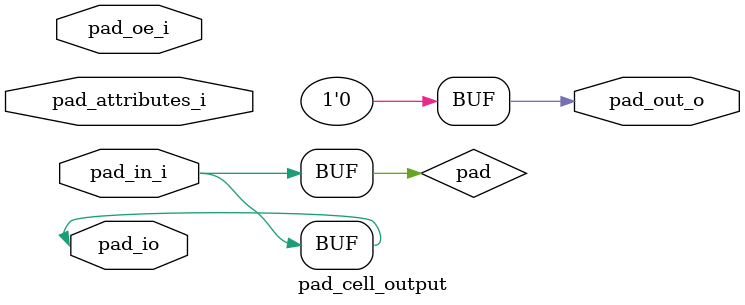
<source format=sv>

module pad_cell_output #(
  parameter int unsigned PADATTR = 16
) (
  input logic pad_in_i, // pad input value
  input logic pad_oe_i, // pad output enable
  output logic pad_out_o, // pad output value
  inout logic pad_io, // pad value
  input logic [PADATTR-1:0] pad_attributes_i // pad attributes
);
  // INTERNAL SIGNALS
  logic pad;

  // --------------
  // INTERNAL LOGIC
  // --------------
  assign pad_out_o = 1'b0;
  assign pad_io = pad;
  assign pad = pad_in_i;
endmodule

</source>
